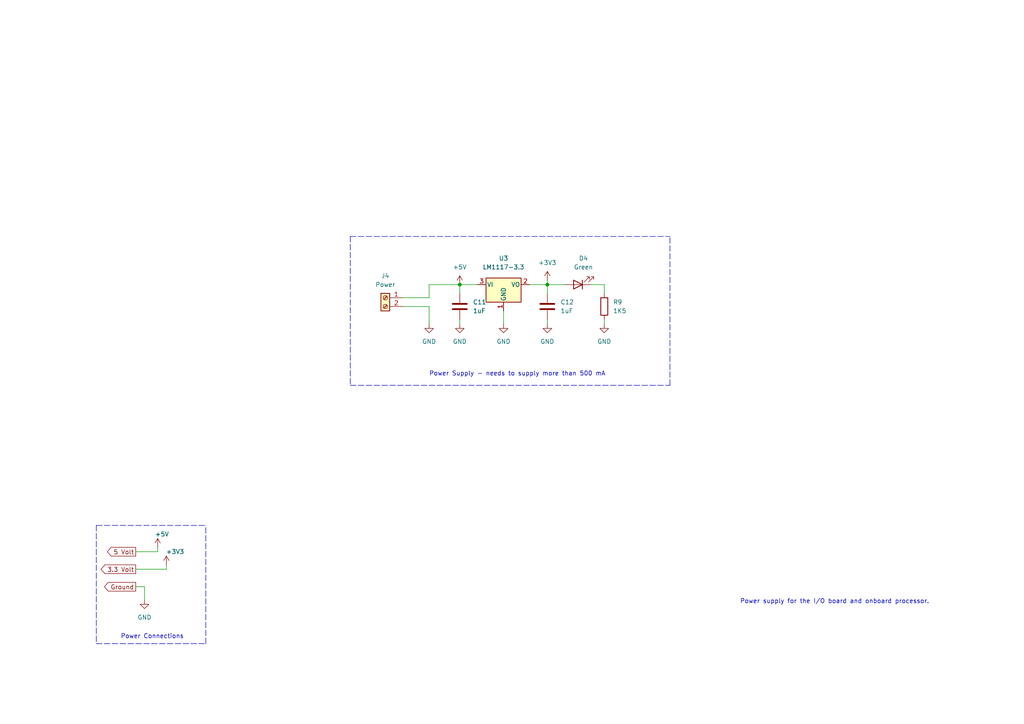
<source format=kicad_sch>
(kicad_sch (version 20211123) (generator eeschema)
  (paper "A4")
  (title_block (title "Power Supply") (date "2022-02-12") (rev "0.1") (company "Beech Grove"))
  (lib_symbols
    (symbol "Connector:Screw_Terminal_01x02" (pin_names (offset 1.016) hide)
      (property "Reference" "J" (at 0 2.54 0))
      (property "Value" "Screw_Terminal_01x02" (at 0 -5.08 0))
      (symbol "Screw_Terminal_01x02_1_1"
        (rectangle (start -1.27 1.27) (end 1.27 -3.81) (stroke (width 0.254)) (fill (type background)))
        (circle (center 0 -2.54) (radius 0.635) (stroke (width 0.1524)))
        (polyline (pts (xy -0.5334 -2.2098) (xy 0.3302 -3.048)) (stroke (width 0.1524)))
        (polyline (pts (xy -0.5334 0.3302) (xy 0.3302 -0.508)) (stroke (width 0.1524)))
        (polyline (pts (xy -0.3556 -2.032) (xy 0.508 -2.8702)) (stroke (width 0.1524)))
        (polyline (pts (xy -0.3556 0.508) (xy 0.508 -0.3302)) (stroke (width 0.1524)))
        (circle (center 0 0) (radius 0.635) (stroke (width 0.1524)))
        (pin passive line (at -5.08 0 0) (length 3.81) (name "Pin_1") (number "1"))
        (pin passive line (at -5.08 -2.54 0) (length 3.81) (name "Pin_2") (number "2"))
      )
    )
    (symbol "Device:C" (pin_numbers hide) (pin_names (offset 0.254))
      (property "Reference" "C" (at 0.635 2.54 0))
      (property "Value" "C" (at 0.635 -2.54 0))
      (symbol "C_0_1"
        (polyline (pts (xy -2.032 -0.762) (xy 2.032 -0.762)) (stroke (width 0.508)))
        (polyline (pts (xy -2.032 0.762) (xy 2.032 0.762)) (stroke (width 0.508)))
      )
      (symbol "C_1_1"
        (pin passive line (at 0 3.81 270) (length 2.794) (name "~") (number "1"))
        (pin passive line (at 0 -3.81 90) (length 2.794) (name "~") (number "2"))
      )
    )
    (symbol "Device:LED" (pin_numbers hide) (pin_names (offset 1.016) hide)
      (property "Reference" "D" (at 0 2.54 0))
      (property "Value" "LED" (at 0 -2.54 0))
      (symbol "LED_0_1"
        (polyline (pts (xy -1.27 -1.27) (xy -1.27 1.27)) (stroke (width 0.254)))
        (polyline (pts (xy -1.27 0) (xy 1.27 0)))
        (polyline (pts (xy 1.27 -1.27) (xy 1.27 1.27) (xy -1.27 0) (xy 1.27 -1.27)) (stroke (width 0.254)))
        (polyline (pts (xy -3.048 -0.762) (xy -4.572 -2.286) (xy -3.81 -2.286) (xy -4.572 -2.286) (xy -4.572 -1.524)))
        (polyline (pts (xy -1.778 -0.762) (xy -3.302 -2.286) (xy -2.54 -2.286) (xy -3.302 -2.286) (xy -3.302 -1.524)))
      )
      (symbol "LED_1_1"
        (pin passive line (at -3.81 0 0) (length 2.54) (name "K") (number "1"))
        (pin passive line (at 3.81 0 180) (length 2.54) (name "A") (number "2"))
      )
    )
    (symbol "Device:R" (pin_numbers hide) (pin_names (offset 0))
      (property "Reference" "R" (at 2.032 0 90))
      (property "Value" "R" (at 0 0 90))
      (symbol "R_0_1"
        (rectangle (start -1.016 -2.54) (end 1.016 2.54) (stroke (width 0.254)))
      )
      (symbol "R_1_1"
        (pin passive line (at 0 3.81 270) (length 1.27) (name "~") (number "1"))
        (pin passive line (at 0 -3.81 90) (length 1.27) (name "~") (number "2"))
      )
    )
    (symbol "Regulator_Linear:LM1117-3.3" (pin_names (offset 0.254))
      (property "Reference" "U" (at -3.81 3.175 0))
      (property "Value" "LM1117-3.3" (at 0 3.175 0))
      (symbol "LM1117-3.3_0_1"
        (rectangle (start -5.08 -5.08) (end 5.08 1.905) (stroke (width 0.254)) (fill (type background)))
      )
      (symbol "LM1117-3.3_1_1"
        (pin power_in line (at 0 -7.62 90) (length 2.54) (name "GND") (number "1"))
        (pin power_out line (at 7.62 0 180) (length 2.54) (name "VO") (number "2"))
        (pin power_in line (at -7.62 0 0) (length 2.54) (name "VI") (number "3"))
      )
    )
    (symbol "power:+3.3V" (power) (pin_names (offset 0))
      (property "Value" "+3.3V" (at 0 3.556 0))
      (symbol "+3.3V_0_1"
        (polyline (pts (xy -0.762 1.27) (xy 0 2.54)))
        (polyline (pts (xy 0 0) (xy 0 2.54)))
        (polyline (pts (xy 0 2.54) (xy 0.762 1.27)))
      )
      (symbol "+3.3V_1_1"
        (pin power_in line (at 0 0 90) (length 0) hide (name "+3V3") (number "1"))
      )
    )
    (symbol "power:+5V" (power) (pin_names (offset 0))
      (property "Value" "+5V" (at 0 3.556 0))
      (symbol "+5V_0_1"
        (polyline (pts (xy -0.762 1.27) (xy 0 2.54)))
        (polyline (pts (xy 0 0) (xy 0 2.54)))
        (polyline (pts (xy 0 2.54) (xy 0.762 1.27)))
      )
      (symbol "+5V_1_1"
        (pin power_in line (at 0 0 90) (length 0) hide (name "+5V") (number "1"))
      )
    )
    (symbol "power:GND" (power) (pin_names (offset 0))
      (property "Value" "GND" (at 0 -3.81 0))
      (symbol "GND_0_1"
        (polyline (pts (xy 0 0) (xy 0 -1.27) (xy 1.27 -1.27) (xy 0 -2.54) (xy -1.27 -1.27) (xy 0 -1.27)))
      )
      (symbol "GND_1_1"
        (pin power_in line (at 0 0 270) (length 0) hide (name "GND") (number "1"))
      )
    )
  )
  (junction (at 133.35 82.55))
  (junction (at 158.75 82.55))
  (wire (pts (xy 124.46 86.36) (xy 124.46 82.55)))
  (polyline (pts (xy 59.69 186.69) (xy 59.69 152.4)))
  (polyline (pts (xy 101.6 111.76) (xy 194.31 111.76)))
  (wire (pts (xy 175.26 92.71) (xy 175.26 93.98)))
  (wire (pts (xy 158.75 82.55) (xy 158.75 85.09)))
  (wire (pts (xy 48.26 165.1) (xy 48.26 163.83)))
  (wire (pts (xy 153.67 82.55) (xy 158.75 82.55)))
  (wire (pts (xy 116.84 88.9) (xy 124.46 88.9)))
  (wire (pts (xy 158.75 81.28) (xy 158.75 82.55)))
  (polyline (pts (xy 194.31 111.76) (xy 194.31 68.58)))
  (wire (pts (xy 133.35 82.55) (xy 133.35 85.09)))
  (wire (pts (xy 158.75 92.71) (xy 158.75 93.98)))
  (wire (pts (xy 45.72 160.02) (xy 45.72 158.75)))
  (polyline (pts (xy 27.94 152.4) (xy 59.69 152.4)))
  (wire (pts (xy 175.26 82.55) (xy 175.26 85.09)))
  (polyline (pts (xy 27.94 152.4) (xy 27.94 186.69)))
  (wire (pts (xy 39.37 170.18) (xy 41.91 170.18)))
  (wire (pts (xy 171.45 82.55) (xy 175.26 82.55)))
  (wire (pts (xy 158.75 82.55) (xy 163.83 82.55)))
  (wire (pts (xy 39.37 165.1) (xy 48.26 165.1)))
  (wire (pts (xy 124.46 88.9) (xy 124.46 93.98)))
  (wire (pts (xy 116.84 86.36) (xy 124.46 86.36)))
  (wire (pts (xy 41.91 170.18) (xy 41.91 173.99)))
  (wire (pts (xy 39.37 160.02) (xy 45.72 160.02)))
  (wire (pts (xy 124.46 82.55) (xy 133.35 82.55)))
  (polyline (pts (xy 27.94 186.69) (xy 59.69 186.69)))
  (polyline (pts (xy 101.6 68.58) (xy 101.6 111.76)))
  (wire (pts (xy 138.43 82.55) (xy 133.35 82.55)))
  (wire (pts (xy 133.35 92.71) (xy 133.35 93.98)))
  (wire (pts (xy 146.05 90.17) (xy 146.05 93.98)))
  (polyline (pts (xy 101.6 68.58) (xy 194.31 68.58)))
  (text "Power supply for the I/O board and onboard processor." (at 214.63 175.26 0) (effects (font (size 1.27 1.27)) (justify left bottom)))
  (text "Power Connections" (at 53.34 185.42 180) (effects (font (size 1.27 1.27)) (justify right bottom)))
  (text "Power Supply - needs to supply more than 500 mA" (at 124.46 109.22 0) (effects (font (size 1.27 1.27)) (justify left bottom)))
  (global_label "Ground" (shape output) (at 39.37 170.18 180) (property "Intersheet References" "${INTERSHEET_REFS}" (effects hide)))
  (global_label "5 Volt" (shape output) (at 39.37 160.02 180) (property "Intersheet References" "${INTERSHEET_REFS}" (effects hide)))
  (global_label "3.3 Volt" (shape output) (at 39.37 165.1 180) (property "Intersheet References" "${INTERSHEET_REFS}" (effects hide)))
  (symbol (lib_id "Device:R") (at 175.26 88.9 0) (unit 1)
    (property "Reference" "R9" (at 177.8 87.6299 0) (effects (justify left)))
    (property "Value" "1K5" (at 177.8 90.1699 0) (effects (justify left)))
    (property "Footprint" "Resistor_SMD:R_0805_2012Metric_Pad1.20x1.40mm_HandSolder" (effects hide))
  )
  (symbol (lib_id "power:GND") (at 175.26 93.98 0) (unit 1)
    (property "Reference" "#PWR035" (effects hide))
    (property "Value" "GND" (at 175.26 99.06 0))
  )
  (symbol (lib_id "Connector:Screw_Terminal_01x02") (at 111.76 86.36 0) (mirror y) (unit 1)
    (property "Reference" "J4" (at 111.76 80.01 0))
    (property "Value" "Power" (at 111.76 82.55 0))
    (property "Footprint" "TerminalBlock:TerminalBlock_bornier-2_P5.08mm" (effects hide))
  )
  (symbol (lib_id "power:+5V") (at 133.35 82.55 0) (unit 1)
    (property "Reference" "#PWR030" (effects hide))
    (property "Value" "+5V" (at 133.35 77.47 0))
  )
  (symbol (lib_id "Device:C") (at 158.75 88.9 0) (unit 1)
    (property "Reference" "C12" (at 162.56 87.6299 0) (effects (justify left)))
    (property "Value" "1uF" (at 162.56 90.1699 0) (effects (justify left)))
    (property "Footprint" "Capacitor_SMD:C_0805_2012Metric_Pad1.18x1.45mm_HandSolder" (effects hide))
  )
  (symbol (lib_id "power:GND") (at 158.75 93.98 0) (unit 1)
    (property "Reference" "#PWR034" (effects hide))
    (property "Value" "GND" (at 158.75 99.06 0))
  )
  (symbol (lib_id "Device:C") (at 133.35 88.9 0) (unit 1)
    (property "Reference" "C11" (at 137.16 87.6299 0) (effects (justify left)))
    (property "Value" "1uF" (at 137.16 90.1699 0) (effects (justify left)))
    (property "Footprint" "Capacitor_SMD:C_0805_2012Metric_Pad1.18x1.45mm_HandSolder" (effects hide))
  )
  (symbol (lib_id "power:+5V") (at 45.72 158.75 0) (unit 1)
    (property "Reference" "#PWR027" (effects hide))
    (property "Value" "+5V" (at 46.99 154.94 0))
  )
  (symbol (lib_id "power:GND") (at 146.05 93.98 0) (unit 1)
    (property "Reference" "#PWR032" (effects hide))
    (property "Value" "GND" (at 146.05 99.06 0))
  )
  (symbol (lib_id "Device:LED") (at 167.64 82.55 180) (unit 1)
    (property "Reference" "D4" (at 169.2275 74.93 0))
    (property "Value" "Green" (at 169.2275 77.47 0))
    (property "Footprint" "LED_SMD:LED_0805_2012Metric_Pad1.15x1.40mm_HandSolder" (effects hide))
  )
  (symbol (lib_id "power:GND") (at 41.91 173.99 0) (unit 1)
    (property "Reference" "#PWR026" (effects hide))
    (property "Value" "GND" (at 41.91 179.07 0))
  )
  (symbol (lib_id "power:+3.3V") (at 48.26 163.83 0) (unit 1)
    (property "Reference" "#PWR028" (effects hide))
    (property "Value" "+3.3V" (at 50.8 160.02 0))
  )
  (symbol (lib_id "power:+3.3V") (at 158.75 81.28 0) (unit 1)
    (property "Reference" "#PWR033" (effects hide))
    (property "Value" "+3.3V" (at 158.75 76.2 0))
  )
  (symbol (lib_id "Regulator_Linear:LM1117-3.3") (at 146.05 82.55 0) (unit 1)
    (property "Reference" "U3" (at 146.05 74.93 0))
    (property "Value" "LM1117-3.3" (at 146.05 77.47 0))
    (property "Footprint" "Package_TO_SOT_SMD:SOT-223-3_TabPin2" (effects hide))
    (property "Datasheet" "http://www.ti.com/lit/ds/symlink/lm1117.pdf" (effects hide))
  )
  (symbol (lib_id "power:GND") (at 133.35 93.98 0) (unit 1)
    (property "Reference" "#PWR031" (effects hide))
    (property "Value" "GND" (at 133.35 99.06 0))
  )
  (symbol (lib_id "power:GND") (at 124.46 93.98 0) (unit 1)
    (property "Reference" "#PWR029" (effects hide))
    (property "Value" "GND" (at 124.46 99.06 0))
  )
)
</source>
